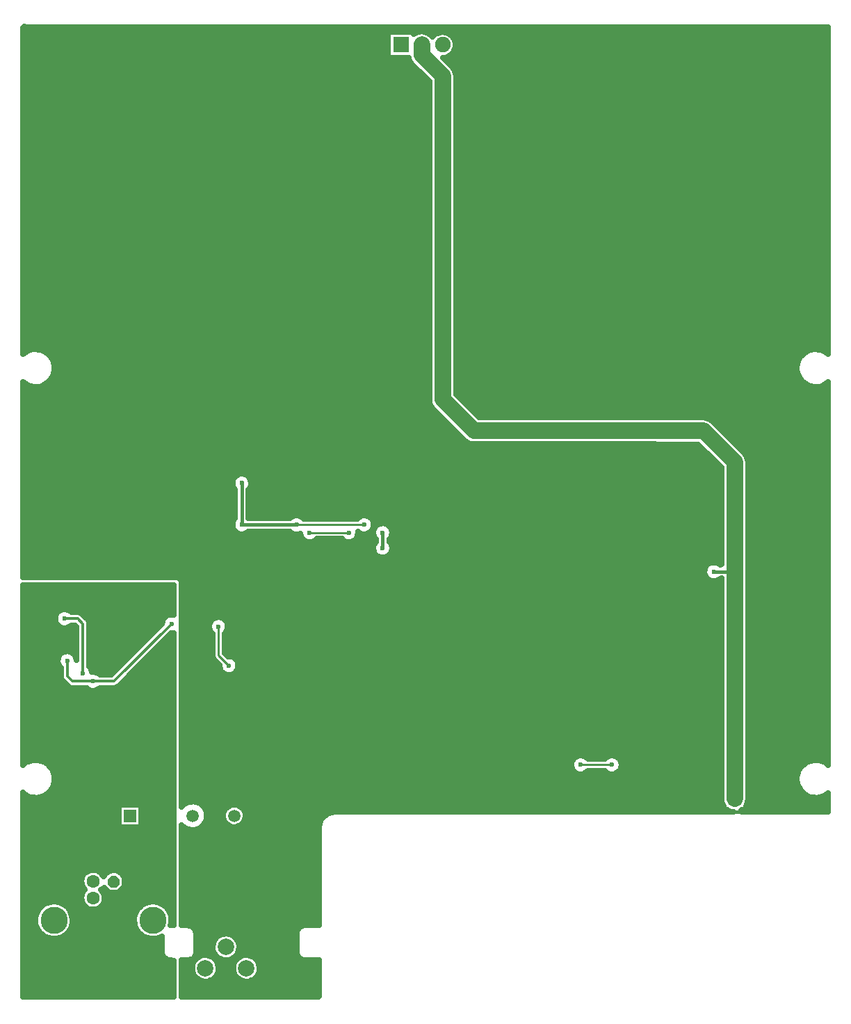
<source format=gbl>
G04 DipTrace 2.3.1.0*
%INreloadpro_Bottom.gbl*%
%MOIN*%
%ADD13C,0.014*%
%ADD14C,0.016*%
%ADD15C,0.01*%
%ADD16C,0.08*%
%ADD19C,0.025*%
%ADD29C,0.063*%
%ADD30C,0.1299*%
%ADD31R,0.0591X0.0591*%
%ADD35R,0.0748X0.0748*%
%ADD36C,0.0748*%
%ADD40C,0.0787*%
%ADD41C,0.0591*%
%ADD42C,0.0236*%
%FSLAX44Y44*%
G04*
G70*
G90*
G75*
G01*
%LNBottom*%
%LPD*%
X7687Y19437D2*
D13*
X8687D1*
X11437Y22187D1*
X6437Y20425D2*
Y19687D1*
X6687Y19437D1*
X7687D1*
X13687Y22062D2*
D15*
Y20687D1*
X14187Y20187D1*
X20687Y26937D2*
X17437D1*
X31062Y15437D2*
X32562D1*
X17437Y26937D2*
D14*
X14812D1*
Y28937D2*
Y26937D1*
X38437Y13812D2*
D16*
Y24687D1*
Y29937D1*
X36937Y31437D1*
X25937D1*
X24437Y32937D1*
Y48437D1*
X23437Y49437D1*
Y49937D1*
X37437Y24687D2*
D14*
X38437D1*
X19937Y26562D2*
D15*
X18062D1*
X16999Y5687D2*
D14*
Y5726D1*
X16015Y6711D1*
X13449Y12992D2*
Y9277D1*
X16015Y6711D1*
X13449Y12992D2*
X13382D1*
X12937Y13437D1*
Y18687D1*
X16669Y29437D2*
X12937D1*
Y18687D1*
X40437Y13812D2*
Y13187D1*
X18437D1*
X17687Y12437D1*
X14004D1*
X13449Y12992D1*
X20062Y21812D2*
Y19605D1*
X18894Y18437D1*
X13449Y12992D1*
X26437Y18437D2*
X18894D1*
X21437Y24062D2*
D15*
Y20952D1*
X20062Y19577D1*
D14*
Y19605D1*
X25437Y25687D2*
D15*
Y24952D1*
X21437Y20952D1*
X25437Y27687D2*
Y25687D1*
Y28687D2*
Y27687D1*
X21562Y26562D2*
D14*
Y25812D1*
X7187Y19812D2*
D13*
Y22187D1*
X6937Y22437D1*
X6312D1*
X10449Y12992D2*
D14*
Y15675D1*
X7437Y18687D1*
D42*
X7687Y19437D3*
X11437Y22187D3*
X6437Y20425D3*
X7687Y19437D3*
X13687Y22062D3*
X14187Y20187D3*
X20687Y26937D3*
X17437D3*
X31062Y15437D3*
X32562D3*
X14812Y26937D3*
X14187Y20187D3*
X14812Y28937D3*
X37437Y24687D3*
X19937Y26562D3*
X18062D3*
X12937Y18687D3*
X16669Y29437D3*
X12937Y18687D3*
X20062Y21812D3*
X26437Y18437D3*
X21437Y24062D3*
X25437Y25687D3*
Y27687D3*
Y25687D3*
Y28687D3*
Y27687D3*
X21562Y26562D3*
Y25812D3*
X7187Y19812D3*
X6312Y22437D3*
X7437Y18687D3*
X4337Y23813D2*
D19*
X11537D1*
X4337Y23565D2*
X11537D1*
X4337Y23316D2*
X11537D1*
X4337Y23067D2*
X11537D1*
X4337Y22819D2*
X6055D1*
X6569D2*
X11537D1*
X4337Y22570D2*
X5863D1*
X7261D2*
X11183D1*
X4337Y22321D2*
X5855D1*
X7487D2*
X10988D1*
X4337Y22073D2*
X6031D1*
X6593D2*
X6844D1*
X7519D2*
X10867D1*
X4337Y21824D2*
X6855D1*
X7519D2*
X10617D1*
X4337Y21575D2*
X6855D1*
X7519D2*
X10367D1*
X11280D2*
X11537D1*
X4337Y21326D2*
X6855D1*
X7519D2*
X10121D1*
X11034D2*
X11537D1*
X4337Y21078D2*
X6855D1*
X7519D2*
X9871D1*
X10784D2*
X11537D1*
X4337Y20829D2*
X6223D1*
X6651D2*
X6855D1*
X7519D2*
X9621D1*
X10534D2*
X11537D1*
X4337Y20580D2*
X5992D1*
X7519D2*
X9375D1*
X10288D2*
X11537D1*
X4337Y20332D2*
X5976D1*
X7519D2*
X9125D1*
X10038D2*
X11537D1*
X4337Y20083D2*
X6105D1*
X7566D2*
X8879D1*
X9788D2*
X11537D1*
X4337Y19834D2*
X6105D1*
X7913D2*
X8629D1*
X9542D2*
X11537D1*
X4337Y19586D2*
X6125D1*
X9292D2*
X11537D1*
X4337Y19337D2*
X6332D1*
X9042D2*
X11537D1*
X4337Y19088D2*
X7383D1*
X7991D2*
X11537D1*
X4337Y18840D2*
X11537D1*
X4337Y18591D2*
X11537D1*
X4337Y18342D2*
X11537D1*
X4337Y18094D2*
X11537D1*
X4337Y17845D2*
X11537D1*
X4337Y17596D2*
X11537D1*
X4337Y17347D2*
X11537D1*
X4337Y17099D2*
X11537D1*
X4337Y16850D2*
X11537D1*
X4337Y16601D2*
X11537D1*
X4337Y16353D2*
X11537D1*
X4337Y16104D2*
X11537D1*
X4337Y15855D2*
X11537D1*
X4337Y15607D2*
X4586D1*
X5257D2*
X11537D1*
X5620Y15358D2*
X11537D1*
X5776Y15109D2*
X11537D1*
X5839Y14861D2*
X11537D1*
X5831Y14612D2*
X11537D1*
X5749Y14363D2*
X11537D1*
X5569Y14115D2*
X11537D1*
X4337Y13866D2*
X4859D1*
X4979D2*
X11537D1*
X4337Y13617D2*
X11537D1*
X4337Y13368D2*
X8894D1*
X10003D2*
X11537D1*
X4337Y13120D2*
X8894D1*
X10003D2*
X11537D1*
X4337Y12871D2*
X8894D1*
X10003D2*
X11537D1*
X4337Y12622D2*
X8894D1*
X10003D2*
X11537D1*
X4337Y12374D2*
X11537D1*
X4337Y12125D2*
X11537D1*
X4337Y11876D2*
X11537D1*
X4337Y11628D2*
X11537D1*
X4337Y11379D2*
X11537D1*
X4337Y11130D2*
X11537D1*
X4337Y10882D2*
X11537D1*
X4337Y10633D2*
X11537D1*
X4337Y10384D2*
X7558D1*
X7798D2*
X11537D1*
X4337Y10136D2*
X7187D1*
X9136D2*
X11537D1*
X4337Y9887D2*
X7105D1*
X9214D2*
X11537D1*
X4337Y9638D2*
X7141D1*
X9198D2*
X11537D1*
X4337Y9389D2*
X7215D1*
X8140D2*
X8348D1*
X8976D2*
X11537D1*
X4337Y9141D2*
X7109D1*
X8245D2*
X11537D1*
X4337Y8892D2*
X7129D1*
X8226D2*
X11537D1*
X4337Y8643D2*
X5180D1*
X6417D2*
X7289D1*
X8066D2*
X9922D1*
X11159D2*
X11537D1*
X4337Y8395D2*
X4988D1*
X6608D2*
X9730D1*
X11351D2*
X11537D1*
X4337Y8146D2*
X4902D1*
X6694D2*
X9644D1*
X11433D2*
X11537D1*
X4337Y7897D2*
X4894D1*
X6702D2*
X9633D1*
X11444D2*
X11537D1*
X4337Y7649D2*
X4957D1*
X6640D2*
X9699D1*
X4337Y7400D2*
X5113D1*
X6483D2*
X9855D1*
X4337Y7151D2*
X5488D1*
X6108D2*
X10226D1*
X10851D2*
X10959D1*
X4337Y6903D2*
X10957D1*
X4337Y6654D2*
X10957D1*
X4337Y6405D2*
X10969D1*
X4337Y6156D2*
X11125D1*
X4337Y5908D2*
X11537D1*
X4337Y5659D2*
X11537D1*
X4337Y5410D2*
X11537D1*
X4337Y5162D2*
X11537D1*
X4337Y4913D2*
X11537D1*
X4337Y4664D2*
X11537D1*
X4337Y4416D2*
X11537D1*
X8657Y9317D2*
X8541D1*
X8419Y9352D1*
X8286Y9474D1*
X8202Y9559D1*
X8104Y9496D1*
X8057Y9450D1*
X8131Y9366D1*
X8189Y9256D1*
X8221Y9135D1*
X8227Y9055D1*
X8213Y8931D1*
X8171Y8814D1*
X8104Y8709D1*
X8015Y8621D1*
X7909Y8556D1*
X7790Y8517D1*
X7666Y8505D1*
X7542Y8522D1*
X7426Y8566D1*
X7322Y8635D1*
X7237Y8726D1*
X7174Y8834D1*
X7137Y8953D1*
X7128Y9077D1*
X7147Y9201D1*
X7193Y9316D1*
X7265Y9419D1*
X7296Y9447D1*
X7237Y9513D1*
X7174Y9621D1*
X7137Y9740D1*
X7128Y9865D1*
X7147Y9988D1*
X7193Y10104D1*
X7265Y10206D1*
X7357Y10290D1*
X7466Y10350D1*
X7586Y10385D1*
X7711Y10391D1*
X7833Y10370D1*
X7948Y10321D1*
X8049Y10248D1*
X8131Y10153D1*
X8169Y10081D1*
X8293Y10218D1*
X8375Y10300D1*
X8486Y10361D1*
X8666Y10369D1*
X8782D1*
X8904Y10333D1*
X9037Y10211D1*
X9119Y10129D1*
X9180Y10018D1*
X9187Y9838D1*
Y9722D1*
X9152Y9600D1*
X9030Y9467D1*
X8948Y9385D1*
X8837Y9324D1*
X8657Y9317D1*
X6675Y7864D2*
X6649Y7742D1*
X6606Y7624D1*
X6546Y7514D1*
X6472Y7414D1*
X6384Y7325D1*
X6285Y7249D1*
X6176Y7188D1*
X6060Y7143D1*
X5938Y7115D1*
X5814Y7104D1*
X5689Y7110D1*
X5567Y7135D1*
X5449Y7176D1*
X5338Y7233D1*
X5236Y7306D1*
X5146Y7392D1*
X5068Y7490D1*
X5005Y7598D1*
X4958Y7714D1*
X4928Y7835D1*
X4915Y7959D1*
X4920Y8084D1*
X4942Y8207D1*
X4981Y8325D1*
X5037Y8437D1*
X5108Y8540D1*
X5192Y8632D1*
X5289Y8711D1*
X5396Y8776D1*
X5511Y8825D1*
X5632Y8857D1*
X5756Y8872D1*
X5880Y8869D1*
X6004Y8849D1*
X6123Y8811D1*
X6236Y8758D1*
X6340Y8689D1*
X6433Y8605D1*
X6514Y8510D1*
X6580Y8404D1*
X6631Y8290D1*
X6665Y8170D1*
X6684Y7988D1*
X6675Y7864D1*
X9044Y13522D2*
X9979D1*
Y12462D1*
X8919D1*
Y13522D1*
X9044D1*
X7241Y22564D2*
X7403Y22403D1*
X7471Y22295D1*
X7492Y22187D1*
Y20136D1*
X7534Y20092D1*
X7598Y19985D1*
X7629Y19875D1*
X7710Y19882D1*
X7832Y19859D1*
X7943Y19802D1*
X8011Y19742D1*
X8558D1*
X10993Y22175D1*
X11002Y22285D1*
X11046Y22402D1*
X11121Y22501D1*
X11220Y22577D1*
X11336Y22621D1*
X11460Y22632D1*
X11563Y22612D1*
X11562Y24062D1*
X4312D1*
X4314Y15423D1*
X4459Y15535D1*
X4570Y15591D1*
X4689Y15632D1*
X4811Y15656D1*
X4936Y15662D1*
X5060Y15652D1*
X5182Y15624D1*
X5299Y15579D1*
X5408Y15519D1*
X5508Y15444D1*
X5597Y15356D1*
X5673Y15257D1*
X5734Y15148D1*
X5779Y15032D1*
X5808Y14910D1*
X5820Y14764D1*
X5811Y14639D1*
X5785Y14517D1*
X5743Y14400D1*
X5685Y14289D1*
X5611Y14188D1*
X5525Y14098D1*
X5427Y14021D1*
X5319Y13958D1*
X5203Y13910D1*
X5082Y13880D1*
X4958Y13866D1*
X4833Y13869D1*
X4710Y13890D1*
X4591Y13928D1*
X4478Y13982D1*
X4374Y14051D1*
X4313Y14105D1*
X4312Y4312D1*
X11562D1*
Y6066D1*
X11408Y6069D1*
X11285Y6087D1*
X11173Y6141D1*
X11080Y6224D1*
X11016Y6331D1*
X10986Y6456D1*
X10983Y7225D1*
X10916Y7188D1*
X10800Y7143D1*
X10678Y7115D1*
X10554Y7104D1*
X10429Y7110D1*
X10307Y7135D1*
X10189Y7176D1*
X10078Y7233D1*
X9976Y7306D1*
X9886Y7392D1*
X9808Y7490D1*
X9745Y7598D1*
X9698Y7714D1*
X9668Y7835D1*
X9655Y7959D1*
X9660Y8084D1*
X9682Y8207D1*
X9722Y8325D1*
X9777Y8437D1*
X9848Y8540D1*
X9933Y8632D1*
X10029Y8711D1*
X10136Y8776D1*
X10251Y8825D1*
X10372Y8857D1*
X10496Y8872D1*
X10621Y8869D1*
X10744Y8849D1*
X10863Y8811D1*
X10976Y8758D1*
X11080Y8689D1*
X11173Y8605D1*
X11254Y8510D1*
X11320Y8404D1*
X11371Y8290D1*
X11405Y8170D1*
X11424Y7988D1*
X11415Y7864D1*
X11390Y7745D1*
X11561Y7746D1*
X11562Y21761D1*
X11512Y21747D1*
X11423Y21745D1*
X10327Y20646D1*
X8903Y19221D1*
X8795Y19153D1*
X8687Y19132D1*
X8011D1*
X7881Y19035D1*
X7762Y18997D1*
X7638Y18994D1*
X7517Y19025D1*
X7410Y19088D1*
X7369Y19130D1*
X6687Y19132D1*
X6562Y19160D1*
X6471Y19221D1*
X6221Y19471D1*
X6153Y19579D1*
X6132Y19687D1*
Y20097D1*
X6074Y20166D1*
X6016Y20277D1*
X5992Y20399D1*
X6002Y20523D1*
X6046Y20640D1*
X6121Y20739D1*
X6220Y20815D1*
X6336Y20860D1*
X6460Y20871D1*
X6582Y20847D1*
X6693Y20790D1*
X6784Y20705D1*
X6848Y20598D1*
X6882Y20440D1*
Y22058D1*
X6808Y22132D1*
X6636D1*
X6506Y22035D1*
X6387Y21997D1*
X6263Y21994D1*
X6142Y22025D1*
X6035Y22088D1*
X5949Y22178D1*
X5891Y22289D1*
X5867Y22411D1*
X5877Y22535D1*
X5921Y22652D1*
X5996Y22751D1*
X6095Y22827D1*
X6211Y22871D1*
X6335Y22882D1*
X6457Y22859D1*
X6568Y22802D1*
X6634Y22741D1*
X6937Y22742D1*
X7062Y22715D1*
X7153Y22653D1*
X7241Y22564D1*
X4349Y50548D2*
X23236D1*
X23638D2*
X42896D1*
X4349Y50299D2*
X21803D1*
X24950D2*
X42896D1*
X4349Y50050D2*
X21803D1*
X25060D2*
X42896D1*
X4349Y49802D2*
X21803D1*
X25056D2*
X42896D1*
X4349Y49553D2*
X21803D1*
X24935D2*
X42896D1*
X4349Y49304D2*
X22791D1*
X24493D2*
X42896D1*
X4349Y49055D2*
X22904D1*
X24743D2*
X42896D1*
X4349Y48807D2*
X23143D1*
X24978D2*
X42896D1*
X4349Y48558D2*
X23393D1*
X25087D2*
X42896D1*
X4349Y48309D2*
X23643D1*
X25099D2*
X42896D1*
X4349Y48061D2*
X23775D1*
X25099D2*
X42896D1*
X4349Y47812D2*
X23775D1*
X25099D2*
X42896D1*
X4349Y47563D2*
X23775D1*
X25099D2*
X42896D1*
X4349Y47315D2*
X23775D1*
X25099D2*
X42896D1*
X4349Y47066D2*
X23775D1*
X25099D2*
X42896D1*
X4349Y46817D2*
X23775D1*
X25099D2*
X42896D1*
X4349Y46569D2*
X23775D1*
X25099D2*
X42896D1*
X4349Y46320D2*
X23775D1*
X25099D2*
X42896D1*
X4349Y46071D2*
X23775D1*
X25099D2*
X42896D1*
X4349Y45823D2*
X23775D1*
X25099D2*
X42896D1*
X4349Y45574D2*
X23775D1*
X25099D2*
X42896D1*
X4349Y45325D2*
X23775D1*
X25099D2*
X42896D1*
X4349Y45076D2*
X23775D1*
X25099D2*
X42896D1*
X4349Y44828D2*
X23775D1*
X25099D2*
X42896D1*
X4349Y44579D2*
X23775D1*
X25099D2*
X42896D1*
X4349Y44330D2*
X23775D1*
X25099D2*
X42896D1*
X4349Y44082D2*
X23775D1*
X25099D2*
X42896D1*
X4349Y43833D2*
X23775D1*
X25099D2*
X42896D1*
X4349Y43584D2*
X23775D1*
X25099D2*
X42896D1*
X4349Y43336D2*
X23775D1*
X25099D2*
X42896D1*
X4349Y43087D2*
X23775D1*
X25099D2*
X42896D1*
X4349Y42838D2*
X23775D1*
X25099D2*
X42896D1*
X4349Y42590D2*
X23775D1*
X25099D2*
X42896D1*
X4349Y42341D2*
X23775D1*
X25099D2*
X42896D1*
X4349Y42092D2*
X23775D1*
X25099D2*
X42896D1*
X4349Y41844D2*
X23775D1*
X25099D2*
X42896D1*
X4349Y41595D2*
X23775D1*
X25099D2*
X42896D1*
X4349Y41346D2*
X23775D1*
X25099D2*
X42896D1*
X4349Y41097D2*
X23775D1*
X25099D2*
X42896D1*
X4349Y40849D2*
X23775D1*
X25099D2*
X42896D1*
X4349Y40600D2*
X23775D1*
X25099D2*
X42896D1*
X4349Y40351D2*
X23775D1*
X25099D2*
X42896D1*
X4349Y40103D2*
X23775D1*
X25099D2*
X42896D1*
X4349Y39854D2*
X23775D1*
X25099D2*
X42896D1*
X4349Y39605D2*
X23775D1*
X25099D2*
X42896D1*
X4349Y39357D2*
X23775D1*
X25099D2*
X42896D1*
X4349Y39108D2*
X23775D1*
X25099D2*
X42896D1*
X4349Y38859D2*
X23775D1*
X25099D2*
X42896D1*
X4349Y38611D2*
X23775D1*
X25099D2*
X42896D1*
X4349Y38362D2*
X23775D1*
X25099D2*
X42896D1*
X4349Y38113D2*
X23775D1*
X25099D2*
X42896D1*
X4349Y37865D2*
X23775D1*
X25099D2*
X42896D1*
X4349Y37616D2*
X23775D1*
X25099D2*
X42896D1*
X4349Y37367D2*
X23775D1*
X25099D2*
X42896D1*
X4349Y37118D2*
X23775D1*
X25099D2*
X42896D1*
X4349Y36870D2*
X23775D1*
X25099D2*
X42896D1*
X4349Y36621D2*
X23775D1*
X25099D2*
X42896D1*
X4349Y36372D2*
X23775D1*
X25099D2*
X42896D1*
X4349Y36124D2*
X23775D1*
X25099D2*
X42896D1*
X4349Y35875D2*
X23775D1*
X25099D2*
X42896D1*
X4349Y35626D2*
X23775D1*
X25099D2*
X42896D1*
X4349Y35378D2*
X23775D1*
X25099D2*
X42896D1*
X5532Y35129D2*
X23775D1*
X25099D2*
X41713D1*
X5732Y34880D2*
X23775D1*
X25099D2*
X41514D1*
X5825Y34632D2*
X23775D1*
X25099D2*
X41420D1*
X5841Y34383D2*
X23775D1*
X25099D2*
X41404D1*
X5786Y34134D2*
X23775D1*
X25099D2*
X41459D1*
X5646Y33886D2*
X23775D1*
X25099D2*
X41600D1*
X4349Y33637D2*
X4520D1*
X5325D2*
X23775D1*
X25099D2*
X41916D1*
X42728D2*
X42895D1*
X4349Y33388D2*
X23775D1*
X25099D2*
X42896D1*
X4349Y33139D2*
X23775D1*
X25157D2*
X42896D1*
X4349Y32891D2*
X23779D1*
X25407D2*
X42896D1*
X4349Y32642D2*
X23850D1*
X25653D2*
X42896D1*
X4349Y32393D2*
X24057D1*
X25903D2*
X42896D1*
X4349Y32145D2*
X24307D1*
X26153D2*
X42896D1*
X4349Y31896D2*
X24557D1*
X37400D2*
X42896D1*
X4349Y31647D2*
X24803D1*
X37650D2*
X42896D1*
X4349Y31399D2*
X25053D1*
X37900D2*
X42896D1*
X4349Y31150D2*
X25303D1*
X38146D2*
X42896D1*
X4349Y30901D2*
X25572D1*
X38396D2*
X42896D1*
X4349Y30653D2*
X36799D1*
X38646D2*
X42896D1*
X4349Y30404D2*
X37049D1*
X38892D2*
X42896D1*
X4349Y30155D2*
X37295D1*
X39060D2*
X42896D1*
X4349Y29906D2*
X37545D1*
X39099D2*
X42896D1*
X4349Y29658D2*
X37775D1*
X39099D2*
X42896D1*
X4349Y29409D2*
X37775D1*
X39099D2*
X42896D1*
X4349Y29160D2*
X14404D1*
X15220D2*
X37775D1*
X39099D2*
X42896D1*
X4349Y28912D2*
X14346D1*
X15278D2*
X37775D1*
X39099D2*
X42896D1*
X4349Y28663D2*
X14439D1*
X15185D2*
X37775D1*
X39099D2*
X42896D1*
X4349Y28414D2*
X14471D1*
X15153D2*
X37775D1*
X39099D2*
X42896D1*
X4349Y28166D2*
X14471D1*
X15153D2*
X37775D1*
X39099D2*
X42896D1*
X4349Y27917D2*
X14471D1*
X15153D2*
X37775D1*
X39099D2*
X42896D1*
X4349Y27668D2*
X14471D1*
X15153D2*
X37775D1*
X39099D2*
X42896D1*
X4349Y27420D2*
X14471D1*
X15153D2*
X37775D1*
X39099D2*
X42896D1*
X4349Y27171D2*
X14408D1*
X21091D2*
X37775D1*
X39099D2*
X42896D1*
X4349Y26922D2*
X14342D1*
X21157D2*
X21276D1*
X21845D2*
X37775D1*
X39099D2*
X42896D1*
X4349Y26674D2*
X14432D1*
X22017D2*
X37775D1*
X39099D2*
X42896D1*
X4349Y26425D2*
X17615D1*
X20384D2*
X21115D1*
X22009D2*
X37775D1*
X39099D2*
X42896D1*
X4349Y26176D2*
X17818D1*
X18306D2*
X19693D1*
X20181D2*
X21221D1*
X21903D2*
X37775D1*
X39099D2*
X42896D1*
X4349Y25927D2*
X21107D1*
X22017D2*
X37775D1*
X39099D2*
X42896D1*
X4349Y25679D2*
X21115D1*
X22009D2*
X37775D1*
X39099D2*
X42896D1*
X4349Y25430D2*
X21311D1*
X21814D2*
X37775D1*
X39099D2*
X42896D1*
X4349Y25181D2*
X37775D1*
X39099D2*
X42896D1*
X4349Y24933D2*
X37041D1*
X39099D2*
X42896D1*
X4349Y24684D2*
X36967D1*
X39099D2*
X42896D1*
X4349Y24435D2*
X37045D1*
X39099D2*
X42896D1*
X11946Y24187D2*
X37775D1*
X39099D2*
X42896D1*
X11946Y23938D2*
X37775D1*
X39099D2*
X42896D1*
X11946Y23689D2*
X37775D1*
X39099D2*
X42896D1*
X11946Y23441D2*
X37775D1*
X39099D2*
X42896D1*
X11946Y23192D2*
X37775D1*
X39099D2*
X42896D1*
X11946Y22943D2*
X37775D1*
X39099D2*
X42896D1*
X11946Y22695D2*
X37775D1*
X39099D2*
X42896D1*
X11946Y22446D2*
X13439D1*
X13935D2*
X37775D1*
X39099D2*
X42896D1*
X11946Y22197D2*
X13240D1*
X14134D2*
X37775D1*
X39099D2*
X42896D1*
X11946Y21948D2*
X13232D1*
X14142D2*
X37775D1*
X39099D2*
X42896D1*
X11946Y21700D2*
X13377D1*
X13997D2*
X37775D1*
X39099D2*
X42896D1*
X11946Y21451D2*
X13377D1*
X13997D2*
X37775D1*
X39099D2*
X42896D1*
X11946Y21202D2*
X13377D1*
X13997D2*
X37775D1*
X39099D2*
X42896D1*
X11946Y20954D2*
X13377D1*
X13997D2*
X37775D1*
X39099D2*
X42896D1*
X11946Y20705D2*
X13377D1*
X14095D2*
X37775D1*
X39099D2*
X42896D1*
X11946Y20456D2*
X13490D1*
X14564D2*
X37775D1*
X39099D2*
X42896D1*
X11946Y20208D2*
X13717D1*
X14657D2*
X37775D1*
X39099D2*
X42896D1*
X11946Y19959D2*
X13779D1*
X14591D2*
X37775D1*
X39099D2*
X42896D1*
X11946Y19710D2*
X37775D1*
X39099D2*
X42896D1*
X11946Y19462D2*
X37775D1*
X39099D2*
X42896D1*
X11946Y19213D2*
X37775D1*
X39099D2*
X42896D1*
X11946Y18964D2*
X37775D1*
X39099D2*
X42896D1*
X11946Y18716D2*
X37775D1*
X39099D2*
X42896D1*
X11946Y18467D2*
X37775D1*
X39099D2*
X42896D1*
X11946Y18218D2*
X37775D1*
X39099D2*
X42896D1*
X11946Y17969D2*
X37775D1*
X39099D2*
X42896D1*
X11946Y17721D2*
X37775D1*
X39099D2*
X42896D1*
X11946Y17472D2*
X37775D1*
X39099D2*
X42896D1*
X11946Y17223D2*
X37775D1*
X39099D2*
X42896D1*
X11946Y16975D2*
X37775D1*
X39099D2*
X42896D1*
X11946Y16726D2*
X37775D1*
X39099D2*
X42896D1*
X11946Y16477D2*
X37775D1*
X39099D2*
X42896D1*
X11946Y16229D2*
X37775D1*
X39099D2*
X42896D1*
X11946Y15980D2*
X37775D1*
X39099D2*
X42896D1*
X11946Y15731D2*
X30705D1*
X31419D2*
X32205D1*
X32919D2*
X37775D1*
X39099D2*
X42896D1*
X11946Y15483D2*
X30596D1*
X33028D2*
X37775D1*
X39099D2*
X41764D1*
X11946Y15234D2*
X30643D1*
X32982D2*
X37775D1*
X39099D2*
X41533D1*
X11946Y14985D2*
X37775D1*
X39099D2*
X41428D1*
X11946Y14737D2*
X37775D1*
X39099D2*
X41400D1*
X11946Y14488D2*
X37775D1*
X39099D2*
X41443D1*
X11946Y14239D2*
X37775D1*
X39099D2*
X41572D1*
X11946Y13990D2*
X37775D1*
X39099D2*
X41846D1*
X42802D2*
X42898D1*
X11946Y13742D2*
X37779D1*
X39095D2*
X42896D1*
X12935Y13493D2*
X14252D1*
X14646D2*
X37861D1*
X39013D2*
X42896D1*
X13107Y13244D2*
X13959D1*
X14939D2*
X38127D1*
X38747D2*
X42896D1*
X13153Y12996D2*
X13893D1*
X15005D2*
X18775D1*
X13107Y12747D2*
X13955D1*
X14943D2*
X18572D1*
X12943Y12498D2*
X14232D1*
X14665D2*
X18498D1*
X11946Y12250D2*
X18486D1*
X11946Y12001D2*
X18486D1*
X11946Y11752D2*
X18486D1*
X11946Y11504D2*
X18486D1*
X11946Y11255D2*
X18486D1*
X11946Y11006D2*
X18486D1*
X11946Y10758D2*
X18486D1*
X11946Y10509D2*
X18486D1*
X11946Y10260D2*
X18486D1*
X11946Y10011D2*
X18486D1*
X11946Y9763D2*
X18486D1*
X11946Y9514D2*
X18486D1*
X11946Y9265D2*
X18486D1*
X11946Y9017D2*
X18486D1*
X11946Y8768D2*
X18486D1*
X11946Y8519D2*
X18486D1*
X11946Y8271D2*
X18486D1*
X11946Y8022D2*
X18486D1*
X11946Y7773D2*
X18486D1*
X12595Y7525D2*
X17467D1*
X12646Y7276D2*
X13748D1*
X14345D2*
X17416D1*
X12646Y7027D2*
X13478D1*
X14614D2*
X17416D1*
X12646Y6779D2*
X13396D1*
X14696D2*
X17416D1*
X12646Y6530D2*
X13420D1*
X14673D2*
X17416D1*
X12587Y6281D2*
X12830D1*
X13290D2*
X13561D1*
X14528D2*
X14799D1*
X15259D2*
X17471D1*
X11946Y6032D2*
X12514D1*
X13611D2*
X14478D1*
X15579D2*
X18486D1*
X11946Y5784D2*
X12416D1*
X13708D2*
X14385D1*
X15677D2*
X18486D1*
X11946Y5535D2*
X12428D1*
X13696D2*
X14396D1*
X15665D2*
X18486D1*
X11946Y5286D2*
X12553D1*
X13571D2*
X14521D1*
X15540D2*
X18486D1*
X11946Y5038D2*
X18486D1*
X11946Y4789D2*
X18486D1*
X11946Y4540D2*
X18486D1*
X5809Y34324D2*
X5783Y34202D1*
X5741Y34085D1*
X5682Y33974D1*
X5609Y33873D1*
X5522Y33783D1*
X5424Y33706D1*
X5316Y33644D1*
X5200Y33597D1*
X5079Y33566D1*
X4955Y33553D1*
X4830Y33557D1*
X4707Y33578D1*
X4588Y33616D1*
X4476Y33671D1*
X4322Y33784D1*
Y24420D1*
X8687Y24422D1*
X11687D1*
X11806Y24390D1*
X11892Y24301D1*
X11922Y24187D1*
Y13425D1*
X12026Y13525D1*
X12131Y13594D1*
X12246Y13642D1*
X12368Y13668D1*
X12493Y13671D1*
X12616Y13651D1*
X12734Y13610D1*
X12842Y13547D1*
X12937Y13466D1*
X13015Y13369D1*
X13075Y13259D1*
X13113Y13140D1*
X13129Y12992D1*
X13118Y12868D1*
X13084Y12748D1*
X13028Y12636D1*
X12953Y12536D1*
X12862Y12451D1*
X12756Y12385D1*
X12640Y12339D1*
X12517Y12315D1*
X12392Y12314D1*
X12270Y12336D1*
X12153Y12380D1*
X12046Y12444D1*
X11952Y12527D1*
X11921Y12567D1*
X11922Y7746D1*
X12196D1*
X12319Y7728D1*
X12432Y7674D1*
X12524Y7591D1*
X12588Y7484D1*
X12619Y7359D1*
X12621Y6494D1*
X12603Y6371D1*
X12549Y6258D1*
X12466Y6166D1*
X12359Y6102D1*
X12235Y6071D1*
X11919Y6069D1*
X11922Y5687D1*
Y4324D1*
X14582Y4322D1*
X18498Y4325D1*
X18513Y4361D1*
X18467Y4313D1*
X18513Y4475D1*
Y6073D1*
X17865Y6069D1*
X17742Y6087D1*
X17629Y6141D1*
X17537Y6224D1*
X17473Y6331D1*
X17442Y6456D1*
X17440Y7321D1*
X17458Y7444D1*
X17512Y7557D1*
X17595Y7649D1*
X17702Y7713D1*
X17826Y7744D1*
X18510Y7746D1*
X18513Y8850D1*
X18514Y12440D1*
X18546Y12624D1*
X18629Y12806D1*
X18754Y12961D1*
X18914Y13080D1*
X19100Y13155D1*
X19272Y13180D1*
X38377D1*
X38310Y13190D1*
X38191Y13227D1*
X38092Y13280D1*
X37907Y13282D1*
Y13463D1*
X37849Y13573D1*
X37813Y13693D1*
X37802Y13937D1*
Y24371D1*
X37732Y24355D1*
X37628Y24286D1*
X37509Y24249D1*
X37385Y24246D1*
X37264Y24278D1*
X37157Y24342D1*
X37073Y24433D1*
X37016Y24545D1*
X36993Y24667D1*
X37005Y24791D1*
X37051Y24907D1*
X37127Y25005D1*
X37228Y25079D1*
X37345Y25121D1*
X37469Y25130D1*
X37591Y25103D1*
X37701Y25044D1*
X37742Y25003D1*
X37802Y25062D1*
Y29675D1*
X36676Y30800D1*
X32687Y30802D1*
X25937D1*
X25813Y30814D1*
X25693Y30851D1*
X25583Y30910D1*
X25488Y30988D1*
X23988Y32488D1*
X23909Y32584D1*
X23850Y32695D1*
X23814Y32814D1*
X23802Y32937D1*
Y48175D1*
X22988Y48988D1*
X22909Y49084D1*
X22850Y49195D1*
X22813Y49322D1*
X22671Y49328D1*
X21828D1*
Y50546D1*
X23046D1*
Y50441D1*
X23196Y50524D1*
X23315Y50560D1*
X23440Y50572D1*
X23564Y50559D1*
X23683Y50522D1*
X23793Y50463D1*
X23889Y50383D1*
X23950Y50308D1*
X24089Y50437D1*
X24199Y50497D1*
X24318Y50534D1*
X24442Y50546D1*
X24566Y50532D1*
X24685Y50493D1*
X24793Y50431D1*
X24886Y50348D1*
X24961Y50248D1*
X25013Y50135D1*
X25041Y50013D1*
X25046Y49937D1*
X25033Y49813D1*
X24995Y49694D1*
X24934Y49585D1*
X24852Y49491D1*
X24753Y49416D1*
X24640Y49363D1*
X24518Y49333D1*
X24444Y49331D1*
X24886Y48886D1*
X24965Y48790D1*
X25024Y48679D1*
X25060Y48560D1*
X25072Y48437D1*
Y33199D1*
X26198Y32074D1*
X30187Y32072D1*
X36937D1*
X37061Y32060D1*
X37181Y32023D1*
X37291Y31964D1*
X37386Y31886D1*
X38886Y30386D1*
X38965Y30290D1*
X39024Y30179D1*
X39060Y30060D1*
X39072Y29937D1*
Y13812D1*
X39060Y13688D1*
X39023Y13568D1*
X38966Y13462D1*
X38967Y13282D1*
X38784D1*
X38772Y13180D1*
X42908Y13184D1*
X42922Y13219D1*
X42877Y13171D1*
X42922Y13334D1*
Y14095D1*
X42826Y14021D1*
X42718Y13959D1*
X42602Y13911D1*
X42481Y13881D1*
X42357Y13868D1*
X42232Y13872D1*
X42109Y13893D1*
X41990Y13931D1*
X41877Y13985D1*
X41773Y14055D1*
X41680Y14138D1*
X41600Y14233D1*
X41533Y14339D1*
X41482Y14453D1*
X41447Y14573D1*
X41429Y14696D1*
X41428Y14821D1*
X41445Y14945D1*
X41478Y15065D1*
X41528Y15180D1*
X41594Y15286D1*
X41673Y15382D1*
X41766Y15467D1*
X41869Y15537D1*
X41981Y15593D1*
X42099Y15632D1*
X42222Y15655D1*
X42347Y15660D1*
X42471Y15648D1*
X42592Y15619D1*
X42709Y15573D1*
X42817Y15512D1*
X42925Y15428D1*
X42922Y16459D1*
Y33783D1*
X42826Y33706D1*
X42718Y33644D1*
X42602Y33597D1*
X42481Y33566D1*
X42357Y33553D1*
X42232Y33557D1*
X42109Y33578D1*
X41990Y33616D1*
X41877Y33671D1*
X41773Y33740D1*
X41680Y33823D1*
X41600Y33919D1*
X41533Y34024D1*
X41482Y34138D1*
X41447Y34258D1*
X41429Y34381D1*
X41428Y34506D1*
X41445Y34630D1*
X41478Y34750D1*
X41528Y34865D1*
X41594Y34971D1*
X41673Y35067D1*
X41766Y35152D1*
X41869Y35222D1*
X41981Y35278D1*
X42099Y35317D1*
X42222Y35340D1*
X42347Y35345D1*
X42471Y35333D1*
X42592Y35304D1*
X42709Y35258D1*
X42817Y35197D1*
X42925Y35113D1*
X42922Y36959D1*
Y50794D1*
X41053Y50796D1*
X4336Y50793D1*
X4322Y50758D1*
X4367Y50805D1*
X4322Y50643D1*
Y35115D1*
X4467Y35222D1*
X4579Y35278D1*
X4698Y35317D1*
X4820Y35340D1*
X4945Y35345D1*
X5069Y35333D1*
X5191Y35304D1*
X5307Y35258D1*
X5416Y35197D1*
X5515Y35121D1*
X5603Y35032D1*
X5677Y34932D1*
X5737Y34822D1*
X5781Y34705D1*
X5808Y34583D1*
X5818Y34449D1*
X5809Y34324D1*
X13678Y5563D2*
X13642Y5444D1*
X13582Y5334D1*
X13502Y5238D1*
X13405Y5160D1*
X13294Y5103D1*
X13174Y5068D1*
X13050Y5058D1*
X12926Y5073D1*
X12807Y5112D1*
X12699Y5174D1*
X12604Y5256D1*
X12528Y5355D1*
X12473Y5467D1*
X12441Y5587D1*
X12434Y5712D1*
X12451Y5835D1*
X12492Y5953D1*
X12556Y6060D1*
X12640Y6153D1*
X12740Y6227D1*
X12853Y6280D1*
X12975Y6310D1*
X13099Y6315D1*
X13223Y6295D1*
X13339Y6251D1*
X13445Y6185D1*
X13536Y6100D1*
X13608Y5998D1*
X13659Y5884D1*
X13686Y5762D1*
X13691Y5687D1*
X13678Y5563D1*
X14663Y6586D2*
X14626Y6467D1*
X14566Y6357D1*
X14486Y6262D1*
X14389Y6184D1*
X14278Y6126D1*
X14158Y6092D1*
X14034Y6082D1*
X13910Y6097D1*
X13791Y6136D1*
X13683Y6198D1*
X13589Y6279D1*
X13513Y6378D1*
X13457Y6490D1*
X13426Y6611D1*
X13418Y6736D1*
X13435Y6859D1*
X13477Y6977D1*
X13541Y7084D1*
X13624Y7177D1*
X13725Y7251D1*
X13838Y7304D1*
X13959Y7333D1*
X14084Y7338D1*
X14207Y7318D1*
X14324Y7275D1*
X14430Y7209D1*
X14521Y7123D1*
X14593Y7022D1*
X14643Y6908D1*
X14670Y6786D1*
X14675Y6711D1*
X14663Y6586D1*
X15647Y5563D2*
X15610Y5444D1*
X15551Y5334D1*
X15471Y5238D1*
X15373Y5160D1*
X15262Y5103D1*
X15142Y5068D1*
X15018Y5058D1*
X14894Y5073D1*
X14776Y5112D1*
X14667Y5174D1*
X14573Y5256D1*
X14497Y5355D1*
X14442Y5467D1*
X14410Y5587D1*
X14402Y5712D1*
X14420Y5835D1*
X14461Y5953D1*
X14525Y6060D1*
X14608Y6153D1*
X14709Y6227D1*
X14822Y6280D1*
X14943Y6310D1*
X15068Y6315D1*
X15191Y6295D1*
X15308Y6251D1*
X15414Y6185D1*
X15505Y6100D1*
X15577Y5998D1*
X15628Y5884D1*
X15655Y5762D1*
X15659Y5687D1*
X15647Y5563D1*
X14964Y12868D2*
X14921Y12751D1*
X14852Y12648D1*
X14760Y12563D1*
X14651Y12502D1*
X14531Y12468D1*
X14407Y12464D1*
X14285Y12488D1*
X14171Y12540D1*
X14073Y12618D1*
X13996Y12716D1*
X13944Y12829D1*
X13920Y12951D1*
X13925Y13076D1*
X13959Y13196D1*
X14020Y13305D1*
X14105Y13396D1*
X14209Y13465D1*
X14326Y13508D1*
X14450Y13522D1*
X14574Y13507D1*
X14691Y13464D1*
X14794Y13395D1*
X14879Y13303D1*
X14939Y13194D1*
X14973Y13074D1*
X14979Y12992D1*
X14964Y12868D1*
X13972Y21722D2*
X13977Y20800D1*
X14145Y20632D1*
X14219Y20630D1*
X14341Y20603D1*
X14451Y20544D1*
X14540Y20457D1*
X14601Y20348D1*
X14631Y20187D1*
X14614Y20064D1*
X14563Y19950D1*
X14482Y19855D1*
X14378Y19786D1*
X14259Y19749D1*
X14135Y19746D1*
X14014Y19778D1*
X13907Y19842D1*
X13823Y19933D1*
X13766Y20045D1*
X13743Y20167D1*
X13749Y20225D1*
X13485Y20485D1*
X13418Y20594D1*
X13438Y20548D1*
X13402Y20687D1*
Y21722D1*
X13323Y21808D1*
X13266Y21920D1*
X13243Y22042D1*
X13255Y22166D1*
X13301Y22282D1*
X13377Y22380D1*
X13478Y22454D1*
X13595Y22496D1*
X13719Y22505D1*
X13841Y22478D1*
X13951Y22419D1*
X14040Y22332D1*
X14101Y22223D1*
X14131Y22062D1*
X14114Y21939D1*
X14063Y21825D1*
X13972Y21724D1*
X14153Y20625D2*
X14219Y20630D1*
X14341Y20603D1*
X14451Y20544D1*
X14540Y20457D1*
X14601Y20348D1*
X14631Y20187D1*
X14614Y20064D1*
X14563Y19950D1*
X14482Y19855D1*
X14378Y19786D1*
X14259Y19749D1*
X14135Y19746D1*
X14014Y19778D1*
X13907Y19842D1*
X13823Y19933D1*
X13766Y20045D1*
X13743Y20167D1*
X13749Y20225D1*
X17777Y27222D2*
X20347D1*
X20377Y27255D1*
X20478Y27329D1*
X20595Y27371D1*
X20719Y27380D1*
X20841Y27353D1*
X20951Y27294D1*
X21040Y27207D1*
X21101Y27098D1*
X21131Y26937D1*
X21114Y26814D1*
X21063Y26700D1*
X20982Y26605D1*
X20878Y26536D1*
X20759Y26499D1*
X20635Y26496D1*
X20514Y26528D1*
X20407Y26592D1*
X20378Y26623D1*
X20381Y26562D1*
X20364Y26439D1*
X20313Y26325D1*
X20232Y26230D1*
X20128Y26161D1*
X20009Y26124D1*
X19885Y26121D1*
X19764Y26153D1*
X19657Y26217D1*
X19602Y26277D1*
X18402D1*
X18357Y26230D1*
X18253Y26161D1*
X18134Y26124D1*
X18010Y26121D1*
X17889Y26153D1*
X17782Y26217D1*
X17698Y26308D1*
X17641Y26420D1*
X17621Y26530D1*
X17509Y26499D1*
X17385Y26496D1*
X17264Y26528D1*
X17157Y26592D1*
X17128Y26623D1*
X15128Y26622D1*
X15003Y26536D1*
X14884Y26499D1*
X14760Y26496D1*
X14639Y26528D1*
X14532Y26592D1*
X14448Y26683D1*
X14391Y26795D1*
X14368Y26917D1*
X14380Y27041D1*
X14426Y27157D1*
X14495Y27246D1*
X14497Y28621D1*
X14448Y28683D1*
X14391Y28795D1*
X14368Y28917D1*
X14380Y29041D1*
X14426Y29157D1*
X14502Y29255D1*
X14603Y29329D1*
X14720Y29371D1*
X14844Y29380D1*
X14966Y29353D1*
X15076Y29294D1*
X15165Y29207D1*
X15226Y29098D1*
X15256Y28937D1*
X15239Y28814D1*
X15188Y28700D1*
X15125Y28626D1*
X15127Y27253D1*
X17121Y27252D1*
X17228Y27329D1*
X17345Y27371D1*
X17469Y27380D1*
X17591Y27353D1*
X17701Y27294D1*
X17776Y27221D1*
X31402Y15722D2*
X32222D1*
X32252Y15755D1*
X32353Y15829D1*
X32470Y15871D1*
X32594Y15880D1*
X32716Y15853D1*
X32826Y15794D1*
X32915Y15707D1*
X32976Y15598D1*
X33006Y15437D1*
X32989Y15314D1*
X32938Y15200D1*
X32857Y15105D1*
X32753Y15036D1*
X32634Y14999D1*
X32510Y14996D1*
X32389Y15028D1*
X32282Y15092D1*
X32227Y15152D1*
X31402D1*
X31357Y15105D1*
X31253Y15036D1*
X31134Y14999D1*
X31010Y14996D1*
X30889Y15028D1*
X30782Y15092D1*
X30698Y15183D1*
X30641Y15295D1*
X30618Y15417D1*
X30630Y15541D1*
X30676Y15657D1*
X30752Y15755D1*
X30853Y15829D1*
X30970Y15871D1*
X31094Y15880D1*
X31216Y15853D1*
X31326Y15794D1*
X31401Y15721D1*
X21877Y26246D2*
Y26128D1*
X21915Y26082D1*
X21976Y25973D1*
X22006Y25812D1*
X21989Y25689D1*
X21938Y25575D1*
X21857Y25480D1*
X21753Y25411D1*
X21634Y25374D1*
X21510Y25371D1*
X21389Y25403D1*
X21282Y25467D1*
X21198Y25558D1*
X21141Y25670D1*
X21118Y25792D1*
X21130Y25916D1*
X21176Y26032D1*
X21245Y26121D1*
X21247Y26246D1*
X21198Y26308D1*
X21141Y26420D1*
X21118Y26542D1*
X21130Y26666D1*
X21176Y26782D1*
X21252Y26880D1*
X21353Y26954D1*
X21470Y26996D1*
X21594Y27005D1*
X21716Y26978D1*
X21826Y26919D1*
X21915Y26832D1*
X21976Y26723D1*
X22006Y26562D1*
X21989Y26439D1*
X21938Y26325D1*
X21875Y26251D1*
G36*
X8782Y9552D2*
X8541D1*
X8370Y9722D1*
Y9963D1*
X8541Y10134D1*
X8782D1*
X8952Y9963D1*
Y9722D1*
X8782Y9552D1*
G37*
D29*
X7677Y9843D3*
Y9055D3*
X8661D3*
D30*
X5799Y7988D3*
X10539D3*
D31*
X38437Y13812D3*
X40437D3*
D35*
X22437Y49937D3*
D36*
X23437D3*
X24437D3*
D40*
X13062Y5687D3*
X14046Y6711D3*
X15031Y5687D3*
X16015Y6711D3*
X16999Y5687D3*
D31*
X9449Y12992D3*
D41*
X10449D3*
X12449D3*
X13449D3*
X14449D3*
M02*

</source>
